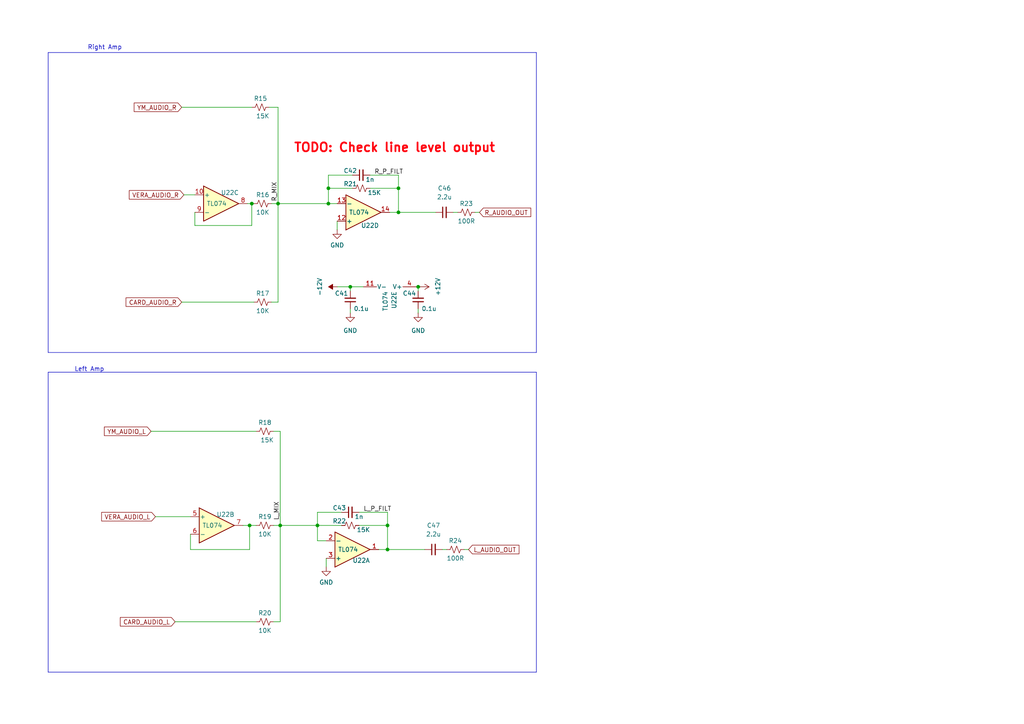
<source format=kicad_sch>
(kicad_sch (version 20231120) (generator "eeschema") (generator_version "8.0")
  (paper "A4")
  (title_block (title "OtterX") (date "2022-08-21") (rev "DV1 \"Sirius\"") (company "(C) 2023 Joe Burks"))
  (lib_symbols
    (symbol "Amplifier_Operational:TL074" (pin_names (offset 0.127))
      (property "Reference" "U" (at 0 5.08 0))
      (property "Value" "TL074" (at 0 -5.08 0))
      (symbol "TL074_1_1"
        (polyline (pts (xy -5.08 5.08) (xy 5.08 0) (xy -5.08 -5.08) (xy -5.08 5.08)) (stroke (width 0.254)) (fill (type background)))
        (pin output line (at 7.62 0 180) (length 2.54) (name "~") (number "1"))
        (pin input line (at -7.62 -2.54 0) (length 2.54) (name "-") (number "2"))
        (pin input line (at -7.62 2.54 0) (length 2.54) (name "+") (number "3"))
      )
      (symbol "TL074_2_1"
        (polyline (pts (xy -5.08 5.08) (xy 5.08 0) (xy -5.08 -5.08) (xy -5.08 5.08)) (stroke (width 0.254)) (fill (type background)))
        (pin input line (at -7.62 2.54 0) (length 2.54) (name "+") (number "5"))
        (pin input line (at -7.62 -2.54 0) (length 2.54) (name "-") (number "6"))
        (pin output line (at 7.62 0 180) (length 2.54) (name "~") (number "7"))
      )
      (symbol "TL074_3_1"
        (polyline (pts (xy -5.08 5.08) (xy 5.08 0) (xy -5.08 -5.08) (xy -5.08 5.08)) (stroke (width 0.254)) (fill (type background)))
        (pin input line (at -7.62 2.54 0) (length 2.54) (name "+") (number "10"))
        (pin output line (at 7.62 0 180) (length 2.54) (name "~") (number "8"))
        (pin input line (at -7.62 -2.54 0) (length 2.54) (name "-") (number "9"))
      )
      (symbol "TL074_4_1"
        (polyline (pts (xy -5.08 5.08) (xy 5.08 0) (xy -5.08 -5.08) (xy -5.08 5.08)) (stroke (width 0.254)) (fill (type background)))
        (pin input line (at -7.62 2.54 0) (length 2.54) (name "+") (number "12"))
        (pin input line (at -7.62 -2.54 0) (length 2.54) (name "-") (number "13"))
        (pin output line (at 7.62 0 180) (length 2.54) (name "~") (number "14"))
      )
      (symbol "TL074_5_1"
        (pin power_in line (at -2.54 -7.62 90) (length 3.81) (name "V-") (number "11"))
        (pin power_in line (at -2.54 7.62 270) (length 3.81) (name "V+") (number "4"))
      )
    )
    (symbol "Device:C_Small" (pin_numbers hide) (pin_names (offset 0.254) hide)
      (property "Reference" "C" (at 0.254 1.778 0))
      (property "Value" "C_Small" (at 0.254 -2.032 0))
      (symbol "C_Small_0_1"
        (polyline (pts (xy -1.524 -0.508) (xy 1.524 -0.508)) (stroke (width 0.3302)))
        (polyline (pts (xy -1.524 0.508) (xy 1.524 0.508)) (stroke (width 0.3048)))
      )
      (symbol "C_Small_1_1"
        (pin passive line (at 0 2.54 270) (length 2.032) (name "~") (number "1"))
        (pin passive line (at 0 -2.54 90) (length 2.032) (name "~") (number "2"))
      )
    )
    (symbol "Device:R_Small_US" (pin_numbers hide) (pin_names (offset 0.254) hide)
      (property "Reference" "R" (at 0.762 0.508 0))
      (property "Value" "R_Small_US" (at 0.762 -1.016 0))
      (symbol "R_Small_US_1_1"
        (polyline (pts (xy 0 0) (xy 1.016 -0.381) (xy 0 -0.762) (xy -1.016 -1.143) (xy 0 -1.524)))
        (polyline (pts (xy 0 1.524) (xy 1.016 1.143) (xy 0 0.762) (xy -1.016 0.381) (xy 0 0)))
        (pin passive line (at 0 2.54 270) (length 1.016) (name "~") (number "1"))
        (pin passive line (at 0 -2.54 90) (length 1.016) (name "~") (number "2"))
      )
    )
    (symbol "power:+12V" (power) (pin_numbers hide) (pin_names (offset 0) hide)
      (property "Value" "+12V" (at 0 3.556 0))
      (symbol "+12V_0_1"
        (polyline (pts (xy -0.762 1.27) (xy 0 2.54)))
        (polyline (pts (xy 0 0) (xy 0 2.54)))
        (polyline (pts (xy 0 2.54) (xy 0.762 1.27)))
      )
      (symbol "+12V_1_1"
        (pin power_in line (at 0 0 90) (length 0) (name "~") (number "1"))
      )
    )
    (symbol "power:-12V" (power) (pin_numbers hide) (pin_names (offset 0) hide)
      (property "Value" "-12V" (at 0 3.556 0))
      (symbol "-12V_0_0"
        (pin power_in line (at 0 0 90) (length 0) (name "~") (number "1"))
      )
      (symbol "-12V_0_1"
        (polyline (pts (xy 0 0) (xy 0 1.27) (xy 0.762 1.27) (xy 0 2.54) (xy -0.762 1.27) (xy 0 1.27)) (fill (type outline)))
      )
    )
    (symbol "power:GND" (power) (pin_numbers hide) (pin_names (offset 0) hide)
      (property "Value" "GND" (at 0 -3.81 0))
      (symbol "GND_0_1"
        (polyline (pts (xy 0 0) (xy 0 -1.27) (xy 1.27 -1.27) (xy 0 -2.54) (xy -1.27 -1.27) (xy 0 -1.27)))
      )
      (symbol "GND_1_1"
        (pin power_in line (at 0 0 270) (length 0) (name "~") (number "1"))
      )
    )
  )
  (junction (at 73.025 59.055))
  (junction (at 121.285 83.185))
  (junction (at 81.28 152.4))
  (junction (at 115.57 61.595))
  (junction (at 112.395 152.4))
  (junction (at 101.6 83.185))
  (junction (at 112.395 159.385))
  (junction (at 80.645 59.055))
  (junction (at 95.25 54.61))
  (junction (at 92.075 152.4))
  (junction (at 115.57 54.61))
  (junction (at 72.39 152.4))
  (junction (at 95.25 59.055))
  (wire (pts (xy 105.41 83.185) (xy 101.6 83.185)))
  (wire (pts (xy 101.6 89.535) (xy 101.6 90.805)))
  (wire (pts (xy 71.755 59.055) (xy 73.025 59.055)))
  (wire (pts (xy 70.485 152.4) (xy 72.39 152.4)))
  (wire (pts (xy 121.285 89.535) (xy 121.285 90.805)))
  (wire (pts (xy 92.075 148.59) (xy 92.075 152.4)))
  (wire (pts (xy 121.285 83.185) (xy 121.285 84.455)))
  (wire (pts (xy 97.79 64.135) (xy 97.79 66.675)))
  (wire (pts (xy 99.06 148.59) (xy 92.075 148.59)))
  (wire (pts (xy 80.645 59.055) (xy 95.25 59.055)))
  (wire (pts (xy 134.62 159.385) (xy 135.89 159.385)))
  (polyline (pts (xy 155.575 102.235) (xy 13.97 102.235)) (stroke (width 0) (type solid)))
  (wire (pts (xy 72.39 159.385) (xy 72.39 152.4)))
  (wire (pts (xy 81.28 152.4) (xy 81.28 180.34)))
  (wire (pts (xy 102.235 54.61) (xy 95.25 54.61)))
  (wire (pts (xy 107.315 54.61) (xy 115.57 54.61)))
  (wire (pts (xy 45.085 149.86) (xy 55.245 149.86)))
  (wire (pts (xy 94.615 161.925) (xy 94.615 164.465)))
  (wire (pts (xy 79.375 125.095) (xy 81.28 125.095)))
  (wire (pts (xy 128.27 159.385) (xy 129.54 159.385)))
  (polyline (pts (xy 13.97 107.95) (xy 155.575 107.95)) (stroke (width 0) (type solid)))
  (wire (pts (xy 112.395 148.59) (xy 112.395 152.4)))
  (polyline (pts (xy 13.97 15.24) (xy 155.575 15.24)) (stroke (width 0) (type solid)))
  (wire (pts (xy 53.34 56.515) (xy 56.515 56.515)))
  (wire (pts (xy 104.14 152.4) (xy 112.395 152.4)))
  (wire (pts (xy 81.28 180.34) (xy 79.375 180.34)))
  (polyline (pts (xy 155.575 194.945) (xy 13.97 194.945)) (stroke (width 0) (type solid)))
  (wire (pts (xy 112.395 152.4) (xy 112.395 159.385)))
  (wire (pts (xy 73.025 59.055) (xy 73.66 59.055)))
  (wire (pts (xy 107.315 50.8) (xy 115.57 50.8)))
  (wire (pts (xy 73.025 31.115) (xy 52.705 31.115)))
  (wire (pts (xy 115.57 61.595) (xy 126.365 61.595)))
  (wire (pts (xy 78.74 59.055) (xy 80.645 59.055)))
  (wire (pts (xy 55.245 154.94) (xy 55.245 159.385)))
  (polyline (pts (xy 155.575 15.24) (xy 155.575 102.235)) (stroke (width 0) (type solid)))
  (wire (pts (xy 92.075 152.4) (xy 92.075 156.845)))
  (wire (pts (xy 81.28 152.4) (xy 92.075 152.4)))
  (wire (pts (xy 52.705 87.63) (xy 73.66 87.63)))
  (wire (pts (xy 78.105 31.115) (xy 80.645 31.115)))
  (wire (pts (xy 101.6 83.185) (xy 101.6 84.455)))
  (wire (pts (xy 121.285 83.185) (xy 120.65 83.185)))
  (wire (pts (xy 95.25 59.055) (xy 97.79 59.055)))
  (wire (pts (xy 56.515 61.595) (xy 56.515 65.405)))
  (wire (pts (xy 72.39 152.4) (xy 74.295 152.4)))
  (polyline (pts (xy 13.97 15.24) (xy 13.97 102.235)) (stroke (width 0) (type solid)))
  (wire (pts (xy 79.375 152.4) (xy 81.28 152.4)))
  (wire (pts (xy 99.06 152.4) (xy 92.075 152.4)))
  (wire (pts (xy 95.25 54.61) (xy 95.25 59.055)))
  (polyline (pts (xy 155.575 107.95) (xy 155.575 194.945)) (stroke (width 0) (type solid)))
  (wire (pts (xy 73.025 65.405) (xy 56.515 65.405)))
  (wire (pts (xy 102.235 50.8) (xy 95.25 50.8)))
  (wire (pts (xy 112.395 159.385) (xy 123.19 159.385)))
  (wire (pts (xy 50.8 180.34) (xy 74.295 180.34)))
  (wire (pts (xy 80.645 31.115) (xy 80.645 59.055)))
  (polyline (pts (xy 13.97 107.95) (xy 13.97 194.945)) (stroke (width 0) (type solid)))
  (wire (pts (xy 73.025 59.055) (xy 73.025 65.405)))
  (wire (pts (xy 95.25 50.8) (xy 95.25 54.61)))
  (wire (pts (xy 115.57 50.8) (xy 115.57 54.61)))
  (wire (pts (xy 115.57 54.61) (xy 115.57 61.595)))
  (wire (pts (xy 131.445 61.595) (xy 132.715 61.595)))
  (wire (pts (xy 121.92 83.185) (xy 121.285 83.185)))
  (wire (pts (xy 113.03 61.595) (xy 115.57 61.595)))
  (wire (pts (xy 137.795 61.595) (xy 139.065 61.595)))
  (wire (pts (xy 101.6 83.185) (xy 97.79 83.185)))
  (wire (pts (xy 104.14 148.59) (xy 112.395 148.59)))
  (wire (pts (xy 92.075 156.845) (xy 94.615 156.845)))
  (wire (pts (xy 43.815 125.095) (xy 74.295 125.095)))
  (wire (pts (xy 81.28 125.095) (xy 81.28 152.4)))
  (wire (pts (xy 80.645 59.055) (xy 80.645 87.63)))
  (wire (pts (xy 55.245 159.385) (xy 72.39 159.385)))
  (wire (pts (xy 80.645 87.63) (xy 78.74 87.63)))
  (wire (pts (xy 109.855 159.385) (xy 112.395 159.385)))
  (text "Right Amp" (at 25.4 14.605 0) (effects (font (size 1.27 1.27)) (justify left bottom)))
  (text "Left Amp" (at 21.59 107.95 0) (effects (font (size 1.27 1.27)) (justify left bottom)))
  (text "TODO: Check line level output" (at 85.09 44.45 0) (effects (font (size 2.54 2.54) (bold yes)) (justify left bottom)))
  (label "R_P_FILT" (at 108.585 50.8 0))
  (label "L_P_FILT" (at 105.41 148.59 0))
  (label "L_MIX" (at 81.28 145.415 270))
  (label "R_MIX" (at 80.645 52.705 270))
  (global_label "VERA_AUDIO_L" (shape input) (at 45.085 149.86 180) (property "Intersheetrefs" "${INTERSHEET_REFS}" (effects (hide yes))))
  (global_label "VERA_AUDIO_R" (shape input) (at 53.34 56.515 180) (property "Intersheetrefs" "${INTERSHEET_REFS}" (effects (hide yes))))
  (global_label "CARD_AUDIO_R" (shape input) (at 52.705 87.63 180) (property "Intersheetrefs" "${INTERSHEET_REFS}" (effects (hide yes))))
  (global_label "YM_AUDIO_L" (shape input) (at 43.815 125.095 180) (property "Intersheetrefs" "${INTERSHEET_REFS}" (effects (hide yes))))
  (global_label "CARD_AUDIO_L" (shape input) (at 50.8 180.34 180) (property "Intersheetrefs" "${INTERSHEET_REFS}" (effects (hide yes))))
  (global_label "L_AUDIO_OUT" (shape input) (at 135.89 159.385 0) (property "Intersheetrefs" "${INTERSHEET_REFS}" (effects (hide yes))))
  (global_label "R_AUDIO_OUT" (shape input) (at 139.065 61.595 0) (property "Intersheetrefs" "${INTERSHEET_REFS}" (effects (hide yes))))
  (global_label "YM_AUDIO_R" (shape input) (at 52.705 31.115 180) (property "Intersheetrefs" "${INTERSHEET_REFS}" (effects (hide yes))))
  (symbol (lib_id "power:GND") (at 121.285 90.805 0) (unit 1)
    (property "Reference" "#PWR047" (effects (hide yes)))
    (property "Value" "GND" (at 121.285 95.885 0))
    (property "Description" "Power symbol creates a global label with name \"GND\" , ground" (effects (hide yes)))
  )
  (symbol (lib_id "Amplifier_Operational:TL074") (at 105.41 61.595 0) (mirror x) (unit 4)
    (property "Reference" "U22" (at 107.315 65.405 0))
    (property "Value" "TL074" (at 104.14 61.595 0))
    (property "Footprint" "OtterX:DIP-14_W7.62mm_ShortWidePads_Drill1mm" (effects (hide yes)))
    (property "Datasheet" "http://www.ti.com/lit/ds/symlink/tl071.pdf" (effects (hide yes)))
  )
  (symbol (lib_id "Device:R_Small_US") (at 76.835 180.34 90) (unit 1)
    (property "Reference" "R20" (at 76.835 177.8 90))
    (property "Value" "10K" (at 76.835 182.88 90))
    (property "Footprint" "Resistor_THT:R_Axial_DIN0207_L6.3mm_D2.5mm_P7.62mm_Horizontal" (effects (hide yes)))
  )
  (symbol (lib_id "Device:C_Small") (at 104.775 50.8 90) (unit 1)
    (property "Reference" "C42" (at 101.6 49.53 90))
    (property "Value" "1n" (at 107.315 52.07 90))
    (property "Footprint" "Capacitor_THT:C_Rect_L7.2mm_W2.5mm_P5.00mm_FKS2_FKP2_MKS2_MKP2" (effects (hide yes)))
  )
  (symbol (lib_id "Device:R_Small_US") (at 104.775 54.61 90) (unit 1)
    (property "Reference" "R21" (at 101.6 53.34 90))
    (property "Value" "15K" (at 108.585 55.88 90))
    (property "Footprint" "Resistor_THT:R_Axial_DIN0207_L6.3mm_D2.5mm_P7.62mm_Horizontal" (effects (hide yes)))
  )
  (symbol (lib_id "Device:R_Small_US") (at 135.255 61.595 90) (unit 1)
    (property "Reference" "R23" (at 135.255 59.055 90))
    (property "Value" "100R" (at 135.255 64.135 90))
    (property "Footprint" "Resistor_THT:R_Axial_DIN0207_L6.3mm_D2.5mm_P7.62mm_Horizontal" (effects (hide yes)))
  )
  (symbol (lib_id "power:GND") (at 97.79 66.675 0) (unit 1)
    (property "Reference" "#PWR042" (effects (hide yes)))
    (property "Value" "GND" (at 97.79 71.12 0))
    (property "Description" "Power symbol creates a global label with name \"GND\" , ground" (effects (hide yes)))
  )
  (symbol (lib_id "Device:C_Small") (at 101.6 148.59 90) (unit 1)
    (property "Reference" "C43" (at 98.425 147.32 90))
    (property "Value" "1n" (at 104.14 149.86 90))
    (property "Footprint" "Capacitor_THT:C_Rect_L7.2mm_W2.5mm_P5.00mm_FKS2_FKP2_MKS2_MKP2" (effects (hide yes)))
  )
  (symbol (lib_id "power:+12V") (at 121.92 83.185 270) (unit 1)
    (property "Reference" "#PWR053" (effects (hide yes)))
    (property "Value" "+12V" (at 127 83.185 0))
    (property "Description" "Power symbol creates a global label with name \"+12V\"" (effects (hide yes)))
  )
  (symbol (lib_id "Device:R_Small_US") (at 101.6 152.4 90) (unit 1)
    (property "Reference" "R22" (at 98.425 151.13 90))
    (property "Value" "15K" (at 105.41 153.67 90))
    (property "Footprint" "Resistor_THT:R_Axial_DIN0207_L6.3mm_D2.5mm_P7.62mm_Horizontal" (effects (hide yes)))
  )
  (symbol (lib_id "Device:C_Small") (at 128.905 61.595 90) (unit 1)
    (property "Reference" "C46" (at 128.9113 54.61 90))
    (property "Value" "2.2u" (at 128.9113 57.15 90))
    (property "Footprint" "Capacitor_THT:C_Rect_L10.3mm_W5.7mm_P7.50mm_MKS4" (effects (hide yes)))
  )
  (symbol (lib_id "Amplifier_Operational:TL074") (at 113.03 85.725 270) (unit 5)
    (property "Reference" "U22" (at 114.3001 84.455 0) (effects (justify left)))
    (property "Value" "TL074" (at 111.7601 84.455 0) (effects (justify left)))
    (property "Footprint" "OtterX:DIP-14_W7.62mm_ShortWidePads_Drill1mm" (effects (hide yes)))
    (property "Datasheet" "http://www.ti.com/lit/ds/symlink/tl071.pdf" (effects (hide yes)))
  )
  (symbol (lib_id "Device:R_Small_US") (at 76.835 152.4 90) (unit 1)
    (property "Reference" "R19" (at 76.835 149.86 90))
    (property "Value" "10K" (at 76.835 154.94 90))
    (property "Footprint" "Resistor_THT:R_Axial_DIN0207_L6.3mm_D2.5mm_P7.62mm_Horizontal" (effects (hide yes)))
  )
  (symbol (lib_id "Device:R_Small_US") (at 76.2 87.63 90) (unit 1)
    (property "Reference" "R17" (at 76.2 85.09 90))
    (property "Value" "10K" (at 76.2 90.17 90))
    (property "Footprint" "Resistor_THT:R_Axial_DIN0207_L6.3mm_D2.5mm_P7.62mm_Horizontal" (effects (hide yes)))
  )
  (symbol (lib_id "Device:R_Small_US") (at 76.2 59.055 90) (unit 1)
    (property "Reference" "R16" (at 76.2 56.515 90))
    (property "Value" "10K" (at 76.2 61.595 90))
    (property "Footprint" "Resistor_THT:R_Axial_DIN0207_L6.3mm_D2.5mm_P7.62mm_Horizontal" (effects (hide yes)))
  )
  (symbol (lib_id "Device:C_Small") (at 101.6 86.995 180) (unit 1)
    (property "Reference" "C41" (at 99.06 85.09 0))
    (property "Value" "0.1u" (at 104.775 89.535 0))
    (property "Footprint" "Capacitor_THT:C_Disc_D4.3mm_W1.9mm_P5.00mm" (effects (hide yes)))
  )
  (symbol (lib_id "Device:R_Small_US") (at 132.08 159.385 90) (unit 1)
    (property "Reference" "R24" (at 132.08 156.845 90))
    (property "Value" "100R" (at 132.08 161.925 90))
    (property "Footprint" "Resistor_THT:R_Axial_DIN0207_L6.3mm_D2.5mm_P7.62mm_Horizontal" (effects (hide yes)))
  )
  (symbol (lib_id "Device:R_Small_US") (at 76.835 125.095 90) (unit 1)
    (property "Reference" "R18" (at 76.835 122.555 90))
    (property "Value" "15K" (at 77.47 127.635 90))
    (property "Footprint" "Resistor_THT:R_Axial_DIN0207_L6.3mm_D2.5mm_P7.62mm_Horizontal" (effects (hide yes)))
  )
  (symbol (lib_id "power:-12V") (at 97.79 83.185 90) (unit 1)
    (property "Reference" "#PWR043" (effects (hide yes)))
    (property "Value" "-12V" (at 92.71 83.185 0))
    (property "Description" "Power symbol creates a global label with name \"-12V\"" (effects (hide yes)))
  )
  (symbol (lib_id "Device:C_Small") (at 125.73 159.385 90) (unit 1)
    (property "Reference" "C47" (at 125.7363 152.4 90))
    (property "Value" "2.2u" (at 125.7363 154.94 90))
    (property "Footprint" "Capacitor_THT:C_Rect_L10.3mm_W5.7mm_P7.50mm_MKS4" (effects (hide yes)))
  )
  (symbol (lib_id "Device:R_Small_US") (at 75.565 31.115 90) (unit 1)
    (property "Reference" "R15" (at 75.565 28.575 90))
    (property "Value" "15K" (at 76.2 33.655 90))
    (property "Footprint" "Resistor_THT:R_Axial_DIN0207_L6.3mm_D2.5mm_P7.62mm_Horizontal" (effects (hide yes)))
  )
  (symbol (lib_id "Device:C_Small") (at 121.285 86.995 180) (unit 1)
    (property "Reference" "C44" (at 118.745 85.09 0))
    (property "Value" "0.1u" (at 124.46 89.535 0))
    (property "Footprint" "Capacitor_THT:C_Disc_D4.3mm_W1.9mm_P5.00mm" (effects (hide yes)))
  )
  (symbol (lib_id "power:GND") (at 101.6 90.805 0) (unit 1)
    (property "Reference" "#PWR045" (effects (hide yes)))
    (property "Value" "GND" (at 101.6 95.885 0))
    (property "Description" "Power symbol creates a global label with name \"GND\" , ground" (effects (hide yes)))
  )
  (symbol (lib_id "Amplifier_Operational:TL074") (at 64.135 59.055 0) (unit 3)
    (property "Reference" "U22" (at 66.675 55.88 0))
    (property "Value" "TL074" (at 62.865 59.055 0))
    (property "Footprint" "OtterX:DIP-14_W7.62mm_ShortWidePads_Drill1mm" (effects (hide yes)))
    (property "Datasheet" "http://www.ti.com/lit/ds/symlink/tl071.pdf" (effects (hide yes)))
  )
  (symbol (lib_id "Amplifier_Operational:TL074") (at 102.235 159.385 0) (mirror x) (unit 1)
    (property "Reference" "U22" (at 104.775 162.56 0))
    (property "Value" "TL074" (at 100.965 159.385 0))
    (property "Footprint" "OtterX:DIP-14_W7.62mm_ShortWidePads_Drill1mm" (effects (hide yes)))
    (property "Datasheet" "http://www.ti.com/lit/ds/symlink/tl071.pdf" (effects (hide yes)))
  )
  (symbol (lib_id "Amplifier_Operational:TL074") (at 62.865 152.4 0) (unit 2)
    (property "Reference" "U22" (at 65.405 149.225 0))
    (property "Value" "TL074" (at 61.595 152.4 0))
    (property "Footprint" "OtterX:DIP-14_W7.62mm_ShortWidePads_Drill1mm" (effects (hide yes)))
    (property "Datasheet" "http://www.ti.com/lit/ds/symlink/tl071.pdf" (effects (hide yes)))
  )
  (symbol (lib_id "power:GND") (at 94.615 164.465 0) (unit 1)
    (property "Reference" "#PWR044" (effects (hide yes)))
    (property "Value" "GND" (at 94.615 168.91 0))
    (property "Description" "Power symbol creates a global label with name \"GND\" , ground" (effects (hide yes)))
  )
)
</source>
